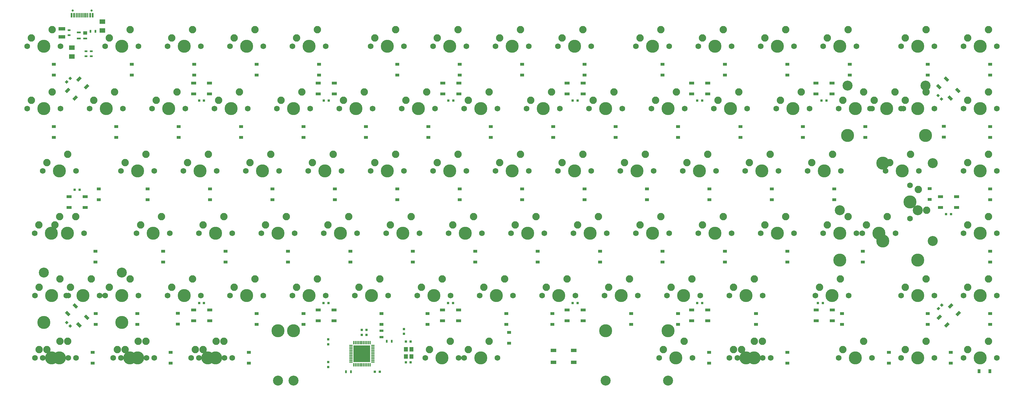
<source format=gbs>
%TF.GenerationSoftware,KiCad,Pcbnew,(5.1.8)-1*%
%TF.CreationDate,2021-03-13T12:56:25+01:00*%
%TF.ProjectId,Space Cowboy - A Jupiter75 Replacement PCB,53706163-6520-4436-9f77-626f79202d20,rev?*%
%TF.SameCoordinates,Original*%
%TF.FileFunction,Soldermask,Bot*%
%TF.FilePolarity,Negative*%
%FSLAX46Y46*%
G04 Gerber Fmt 4.6, Leading zero omitted, Abs format (unit mm)*
G04 Created by KiCad (PCBNEW (5.1.8)-1) date 2021-03-13 12:56:25*
%MOMM*%
%LPD*%
G01*
G04 APERTURE LIST*
%ADD10R,1.300000X0.700000*%
%ADD11R,1.000000X0.300000*%
%ADD12R,0.300000X1.000000*%
%ADD13R,5.080000X5.080000*%
%ADD14C,1.750000*%
%ADD15C,2.250000*%
%ADD16C,3.987800*%
%ADD17R,0.750000X0.800000*%
%ADD18C,3.048000*%
%ADD19R,1.200000X1.400000*%
%ADD20R,0.600000X1.450000*%
%ADD21R,0.300000X1.450000*%
%ADD22C,0.650000*%
%ADD23R,1.800000X1.100000*%
%ADD24R,0.500000X0.900000*%
%ADD25R,0.900000X0.500000*%
%ADD26R,1.820000X1.400000*%
%ADD27R,2.030000X1.140000*%
%ADD28R,1.500000X0.900000*%
%ADD29C,0.100000*%
%ADD30R,0.900000X1.200000*%
%ADD31R,1.200000X0.900000*%
%ADD32R,1.260000X0.590000*%
%ADD33R,1.260000X0.990000*%
%ADD34R,0.800000X0.750000*%
G04 APERTURE END LIST*
D10*
X157962600Y-144147500D03*
X157962600Y-146047500D03*
D11*
X148607400Y-148658200D03*
X148607400Y-149158200D03*
X148607400Y-149658200D03*
X148607400Y-150158200D03*
X148607400Y-150658200D03*
X148607400Y-151158200D03*
X148607400Y-151658200D03*
X148607400Y-152158200D03*
X148607400Y-152658200D03*
X148607400Y-153158200D03*
X148607400Y-153658200D03*
D12*
X149457400Y-154508200D03*
X149957400Y-154508200D03*
X150457400Y-154508200D03*
X150957400Y-154508200D03*
X151457400Y-154508200D03*
X151957400Y-154508200D03*
X152457400Y-154508200D03*
X152957400Y-154508200D03*
X153457400Y-154508200D03*
X153957400Y-154508200D03*
X154457400Y-154508200D03*
D11*
X155307400Y-153658200D03*
X155307400Y-153158200D03*
X155307400Y-152658200D03*
X155307400Y-152158200D03*
X155307400Y-151658200D03*
X155307400Y-151158200D03*
X155307400Y-150658200D03*
X155307400Y-150158200D03*
X155307400Y-149658200D03*
X155307400Y-149158200D03*
X155307400Y-148658200D03*
D12*
X154457400Y-147808200D03*
X153957400Y-147808200D03*
X153457400Y-147808200D03*
X152957400Y-147808200D03*
X152457400Y-147808200D03*
X151957400Y-147808200D03*
X151457400Y-147808200D03*
X150957400Y-147808200D03*
X150457400Y-147808200D03*
X149957400Y-147808200D03*
X149457400Y-147808200D03*
D13*
X151957400Y-151158200D03*
D14*
X307643530Y-152389840D03*
X297483530Y-152389840D03*
D15*
X298753530Y-149849840D03*
D16*
X302563530Y-152389840D03*
D15*
X305103530Y-147309840D03*
D17*
X164795200Y-145098200D03*
X164795200Y-143598200D03*
D15*
X324294500Y-107315000D03*
D16*
X319214500Y-104775000D03*
D15*
X321754500Y-100965000D03*
D14*
X319214500Y-99695000D03*
X319214500Y-109855000D03*
D18*
X326199500Y-92868750D03*
X326199500Y-116681250D03*
D16*
X310959500Y-92868750D03*
X310959500Y-116681250D03*
D15*
X178897280Y-147309840D03*
D16*
X176357280Y-152389840D03*
D15*
X172547280Y-149849840D03*
D14*
X171277280Y-152389840D03*
X181437280Y-152389840D03*
D18*
X126357380Y-159374840D03*
X226357180Y-159374840D03*
D16*
X126357380Y-144134840D03*
X226357180Y-144134840D03*
D19*
X165355800Y-152001400D03*
X165355800Y-149801400D03*
X167055800Y-149801400D03*
X167055800Y-152001400D03*
D20*
X69773000Y-47674600D03*
X63323000Y-47674600D03*
X68998000Y-47674600D03*
X64098000Y-47674600D03*
D21*
X64798000Y-47674600D03*
X68298000Y-47674600D03*
X65298000Y-47674600D03*
X67798000Y-47674600D03*
X65798000Y-47674600D03*
X67298000Y-47674600D03*
X66798000Y-47674600D03*
X66298000Y-47674600D03*
D22*
X69438000Y-46229600D03*
X63658000Y-46229600D03*
D23*
X216587000Y-150105500D03*
X210387000Y-153805500D03*
X216587000Y-153805500D03*
X210387000Y-150105500D03*
D24*
X70612000Y-52628800D03*
X69112000Y-52628800D03*
D25*
X62585600Y-52285200D03*
X62585600Y-53785200D03*
D24*
X159549400Y-147345400D03*
X161049400Y-147345400D03*
D25*
X67767200Y-60186000D03*
X67767200Y-58686000D03*
X69392800Y-58686000D03*
X69392800Y-60186000D03*
D24*
X147116100Y-156667200D03*
X148616100Y-156667200D03*
D14*
X183818530Y-95239840D03*
X173658530Y-95239840D03*
D15*
X174928530Y-92699840D03*
D16*
X178738530Y-95239840D03*
D15*
X181278530Y-90159840D03*
D14*
X102856030Y-133339840D03*
X92696030Y-133339840D03*
D15*
X93966030Y-130799840D03*
D16*
X97776030Y-133339840D03*
D15*
X100316030Y-128259840D03*
D14*
X121906030Y-133339840D03*
X111746030Y-133339840D03*
D15*
X113016030Y-130799840D03*
D16*
X116826030Y-133339840D03*
D15*
X119366030Y-128259840D03*
D14*
X88568530Y-152389840D03*
X78408530Y-152389840D03*
D15*
X79678530Y-149849840D03*
D16*
X83488530Y-152389840D03*
D15*
X86028530Y-147309840D03*
D14*
X86187280Y-152389840D03*
X76027280Y-152389840D03*
D15*
X77297280Y-149849840D03*
D16*
X81107280Y-152389840D03*
D15*
X83647280Y-147309840D03*
D14*
X276687280Y-152389840D03*
X266527280Y-152389840D03*
D15*
X267797280Y-149849840D03*
D16*
X271607280Y-152389840D03*
D15*
X274147280Y-147309840D03*
D14*
X107618530Y-95239840D03*
X97458530Y-95239840D03*
D15*
X98728530Y-92699840D03*
D16*
X102538530Y-95239840D03*
D15*
X105078530Y-90159840D03*
D14*
X160006030Y-133339840D03*
X149846030Y-133339840D03*
D15*
X151116030Y-130799840D03*
D16*
X154926030Y-133339840D03*
D15*
X157466030Y-128259840D03*
D14*
X326693530Y-133339840D03*
X316533530Y-133339840D03*
D15*
X317803530Y-130799840D03*
D16*
X321613530Y-133339840D03*
D15*
X324153530Y-128259840D03*
D14*
X59993530Y-76189840D03*
X49833530Y-76189840D03*
D15*
X51103530Y-73649840D03*
D16*
X54913530Y-76189840D03*
D15*
X57453530Y-71109840D03*
D14*
X279068530Y-95239840D03*
X268908530Y-95239840D03*
D15*
X270178530Y-92699840D03*
D16*
X273988530Y-95239840D03*
D15*
X276528530Y-90159840D03*
D14*
X202868530Y-95239840D03*
X192708530Y-95239840D03*
D15*
X193978530Y-92699840D03*
D16*
X197788530Y-95239840D03*
D15*
X200328530Y-90159840D03*
D14*
X83806030Y-133339840D03*
X73646030Y-133339840D03*
D15*
X74916030Y-130799840D03*
D16*
X78726030Y-133339840D03*
D15*
X81266030Y-128259840D03*
X319391030Y-90159840D03*
D16*
X316851030Y-95239840D03*
D15*
X313041030Y-92699840D03*
D14*
X311771030Y-95239840D03*
X321931030Y-95239840D03*
X307643530Y-76189840D03*
X297483530Y-76189840D03*
D15*
X298753530Y-73649840D03*
D16*
X302563530Y-76189840D03*
D15*
X305103530Y-71109840D03*
D14*
X64756030Y-95239840D03*
X54596030Y-95239840D03*
D15*
X55866030Y-92699840D03*
D16*
X59676030Y-95239840D03*
D15*
X62216030Y-90159840D03*
D14*
X164768530Y-95239840D03*
X154608530Y-95239840D03*
D15*
X155878530Y-92699840D03*
D16*
X159688530Y-95239840D03*
D15*
X162228530Y-90159840D03*
D14*
X269543530Y-76189840D03*
X259383530Y-76189840D03*
D15*
X260653530Y-73649840D03*
D16*
X264463530Y-76189840D03*
D15*
X267003530Y-71109840D03*
X190803530Y-147309840D03*
D16*
X188263530Y-152389840D03*
D15*
X184453530Y-149849840D03*
D14*
X183183530Y-152389840D03*
X193343530Y-152389840D03*
D18*
X131113530Y-159374840D03*
X245413530Y-159374840D03*
D16*
X131113530Y-144134840D03*
X245413530Y-144134840D03*
D14*
X300499780Y-133339840D03*
X290339780Y-133339840D03*
D15*
X291609780Y-130799840D03*
D16*
X295419780Y-133339840D03*
D15*
X297959780Y-128259840D03*
D14*
X326693530Y-57139840D03*
X316533530Y-57139840D03*
D15*
X317803530Y-54599840D03*
D16*
X321613530Y-57139840D03*
D15*
X324153530Y-52059840D03*
D14*
X112381030Y-114289840D03*
X102221030Y-114289840D03*
D15*
X103491030Y-111749840D03*
D16*
X107301030Y-114289840D03*
D15*
X109841030Y-109209840D03*
D14*
X345743530Y-152389840D03*
X335583530Y-152389840D03*
D15*
X336853530Y-149849840D03*
D16*
X340663530Y-152389840D03*
D15*
X343203530Y-147309840D03*
D14*
X145718530Y-95239840D03*
X135558530Y-95239840D03*
D15*
X136828530Y-92699840D03*
D16*
X140638530Y-95239840D03*
D15*
X143178530Y-90159840D03*
D14*
X88568530Y-95239840D03*
X78408530Y-95239840D03*
D15*
X79678530Y-92699840D03*
D16*
X83488530Y-95239840D03*
D15*
X86028530Y-90159840D03*
D14*
X345743530Y-95239840D03*
X335583530Y-95239840D03*
D15*
X336853530Y-92699840D03*
D16*
X340663530Y-95239840D03*
D15*
X343203530Y-90159840D03*
D14*
X345743530Y-57139840D03*
X335583530Y-57139840D03*
D15*
X336853530Y-54599840D03*
D16*
X340663530Y-57139840D03*
D15*
X343203530Y-52059840D03*
D14*
X260018530Y-95239840D03*
X249858530Y-95239840D03*
D15*
X251128530Y-92699840D03*
D16*
X254938530Y-95239840D03*
D15*
X257478530Y-90159840D03*
D14*
X264781030Y-114289840D03*
X254621030Y-114289840D03*
D15*
X255891030Y-111749840D03*
D16*
X259701030Y-114289840D03*
D15*
X262241030Y-109209840D03*
D14*
X240968530Y-95239840D03*
X230808530Y-95239840D03*
D15*
X232078530Y-92699840D03*
D16*
X235888530Y-95239840D03*
D15*
X238428530Y-90159840D03*
D14*
X288593530Y-76189840D03*
X278433530Y-76189840D03*
D15*
X279703530Y-73649840D03*
D16*
X283513530Y-76189840D03*
D15*
X286053530Y-71109840D03*
D14*
X198106030Y-133339840D03*
X187946030Y-133339840D03*
D15*
X189216030Y-130799840D03*
D16*
X193026030Y-133339840D03*
D15*
X195566030Y-128259840D03*
D14*
X217156030Y-133339840D03*
X206996030Y-133339840D03*
D15*
X208266030Y-130799840D03*
D16*
X212076030Y-133339840D03*
D15*
X214616030Y-128259840D03*
D14*
X62374780Y-133339840D03*
X52214780Y-133339840D03*
D15*
X53484780Y-130799840D03*
D16*
X57294780Y-133339840D03*
D15*
X59834780Y-128259840D03*
D16*
X78726030Y-141594840D03*
X54913530Y-141594840D03*
D18*
X78726030Y-126354840D03*
X54913530Y-126354840D03*
D14*
X71899780Y-133339840D03*
X61739780Y-133339840D03*
D15*
X63009780Y-130799840D03*
D16*
X66819780Y-133339840D03*
D15*
X69359780Y-128259840D03*
D14*
X245731030Y-114289840D03*
X235571030Y-114289840D03*
D15*
X236841030Y-111749840D03*
D16*
X240651030Y-114289840D03*
D15*
X243191030Y-109209840D03*
D14*
X226681030Y-114289840D03*
X216521030Y-114289840D03*
D15*
X217791030Y-111749840D03*
D16*
X221601030Y-114289840D03*
D15*
X224141030Y-109209840D03*
D14*
X207631030Y-114289840D03*
X197471030Y-114289840D03*
D15*
X198741030Y-111749840D03*
D16*
X202551030Y-114289840D03*
D15*
X205091030Y-109209840D03*
D14*
X345743530Y-76189840D03*
X335583530Y-76189840D03*
D15*
X336853530Y-73649840D03*
D16*
X340663530Y-76189840D03*
D15*
X343203530Y-71109840D03*
D14*
X221918530Y-95239840D03*
X211758530Y-95239840D03*
D15*
X213028530Y-92699840D03*
D16*
X216838530Y-95239840D03*
D15*
X219378530Y-90159840D03*
D14*
X345743530Y-114289840D03*
X335583530Y-114289840D03*
D15*
X336853530Y-111749840D03*
D16*
X340663530Y-114289840D03*
D15*
X343203530Y-109209840D03*
D14*
X188581030Y-114289840D03*
X178421030Y-114289840D03*
D15*
X179691030Y-111749840D03*
D16*
X183501030Y-114289840D03*
D15*
X186041030Y-109209840D03*
D14*
X169531030Y-114289840D03*
X159371030Y-114289840D03*
D15*
X160641030Y-111749840D03*
D16*
X164451030Y-114289840D03*
D15*
X166991030Y-109209840D03*
D14*
X150481030Y-114289840D03*
X140321030Y-114289840D03*
D15*
X141591030Y-111749840D03*
D16*
X145401030Y-114289840D03*
D15*
X147941030Y-109209840D03*
D14*
X302881030Y-57139840D03*
X292721030Y-57139840D03*
D15*
X293991030Y-54599840D03*
D16*
X297801030Y-57139840D03*
D15*
X300341030Y-52059840D03*
D14*
X283831030Y-57139840D03*
X273671030Y-57139840D03*
D15*
X274941030Y-54599840D03*
D16*
X278751030Y-57139840D03*
D15*
X281291030Y-52059840D03*
D14*
X264781030Y-57139840D03*
X254621030Y-57139840D03*
D15*
X255891030Y-54599840D03*
D16*
X259701030Y-57139840D03*
D15*
X262241030Y-52059840D03*
D14*
X245731030Y-57139840D03*
X235571030Y-57139840D03*
D15*
X236841030Y-54599840D03*
D16*
X240651030Y-57139840D03*
D15*
X243191030Y-52059840D03*
D14*
X221918530Y-57139840D03*
X211758530Y-57139840D03*
D15*
X213028530Y-54599840D03*
D16*
X216838530Y-57139840D03*
D15*
X219378530Y-52059840D03*
D14*
X202868530Y-57139840D03*
X192708530Y-57139840D03*
D15*
X193978530Y-54599840D03*
D16*
X197788530Y-57139840D03*
D15*
X200328530Y-52059840D03*
D14*
X183818530Y-57139840D03*
X173658530Y-57139840D03*
D15*
X174928530Y-54599840D03*
D16*
X178738530Y-57139840D03*
D15*
X181278530Y-52059840D03*
D14*
X164768530Y-57139840D03*
X154608530Y-57139840D03*
D15*
X155878530Y-54599840D03*
D16*
X159688530Y-57139840D03*
D15*
X162228530Y-52059840D03*
D14*
X140956030Y-57139840D03*
X130796030Y-57139840D03*
D15*
X132066030Y-54599840D03*
D16*
X135876030Y-57139840D03*
D15*
X138416030Y-52059840D03*
D14*
X121906030Y-57139840D03*
X111746030Y-57139840D03*
D15*
X113016030Y-54599840D03*
D16*
X116826030Y-57139840D03*
D15*
X119366030Y-52059840D03*
D14*
X102856030Y-57139840D03*
X92696030Y-57139840D03*
D15*
X93966030Y-54599840D03*
D16*
X97776030Y-57139840D03*
D15*
X100316030Y-52059840D03*
D14*
X83806030Y-57139840D03*
X73646030Y-57139840D03*
D15*
X74916030Y-54599840D03*
D16*
X78726030Y-57139840D03*
D15*
X81266030Y-52059840D03*
D14*
X59993530Y-57139840D03*
X49833530Y-57139840D03*
D15*
X51103530Y-54599840D03*
D16*
X54913530Y-57139840D03*
D15*
X57453530Y-52059840D03*
D16*
X321613530Y-122544840D03*
X297801030Y-122544840D03*
D18*
X321613530Y-107304840D03*
X297801030Y-107304840D03*
D14*
X314787280Y-114289840D03*
X304627280Y-114289840D03*
D15*
X305897280Y-111749840D03*
D16*
X309707280Y-114289840D03*
D15*
X312247280Y-109209840D03*
D14*
X345743530Y-133339840D03*
X335583530Y-133339840D03*
D15*
X336853530Y-130799840D03*
D16*
X340663530Y-133339840D03*
D15*
X343203530Y-128259840D03*
D14*
X126668530Y-95239840D03*
X116508530Y-95239840D03*
D15*
X117778530Y-92699840D03*
D16*
X121588530Y-95239840D03*
D15*
X124128530Y-90159840D03*
D14*
X326693530Y-152389840D03*
X316533530Y-152389840D03*
D15*
X317803530Y-149849840D03*
D16*
X321613530Y-152389840D03*
D15*
X324153530Y-147309840D03*
D14*
X326693530Y-76189840D03*
X316533530Y-76189840D03*
D15*
X317803530Y-73649840D03*
D16*
X321613530Y-76189840D03*
D15*
X324153530Y-71109840D03*
D14*
X131431030Y-114289840D03*
X121271030Y-114289840D03*
D15*
X122541030Y-111749840D03*
D16*
X126351030Y-114289840D03*
D15*
X128891030Y-109209840D03*
D14*
X64756030Y-152389840D03*
X54596030Y-152389840D03*
D15*
X55866030Y-149849840D03*
D16*
X59676030Y-152389840D03*
D15*
X62216030Y-147309840D03*
D14*
X62374780Y-152389840D03*
X52214780Y-152389840D03*
D15*
X53484780Y-149849840D03*
D16*
X57294780Y-152389840D03*
D15*
X59834780Y-147309840D03*
D14*
X62230000Y-114300000D03*
X52070000Y-114300000D03*
D15*
X53340000Y-111760000D03*
D16*
X57150000Y-114300000D03*
D15*
X59690000Y-109220000D03*
D14*
X67137280Y-114289840D03*
X56977280Y-114289840D03*
D15*
X58247280Y-111749840D03*
D16*
X62057280Y-114289840D03*
D15*
X64597280Y-109209840D03*
D14*
X140956030Y-133339840D03*
X130796030Y-133339840D03*
D15*
X132066030Y-130799840D03*
D16*
X135876030Y-133339840D03*
D15*
X138416030Y-128259840D03*
D16*
X323994780Y-84444840D03*
X300182280Y-84444840D03*
D18*
X323994780Y-69204840D03*
X300182280Y-69204840D03*
D14*
X317168530Y-76189840D03*
X307008530Y-76189840D03*
D15*
X308278530Y-73649840D03*
D16*
X312088530Y-76189840D03*
D15*
X314628530Y-71109840D03*
D14*
X179056030Y-133339840D03*
X168896030Y-133339840D03*
D15*
X170166030Y-130799840D03*
D16*
X173976030Y-133339840D03*
D15*
X176516030Y-128259840D03*
D14*
X252874780Y-152389840D03*
X242714780Y-152389840D03*
D15*
X243984780Y-149849840D03*
D16*
X247794780Y-152389840D03*
D15*
X250334780Y-147309840D03*
D14*
X274306030Y-152389840D03*
X264146030Y-152389840D03*
D15*
X265416030Y-149849840D03*
D16*
X269226030Y-152389840D03*
D15*
X271766030Y-147309840D03*
D14*
X112381030Y-152389840D03*
X102221030Y-152389840D03*
D15*
X103491030Y-149849840D03*
D16*
X107301030Y-152389840D03*
D15*
X109841030Y-147309840D03*
X107459780Y-147309840D03*
D16*
X104919780Y-152389840D03*
D15*
X101109780Y-149849840D03*
D14*
X99839780Y-152389840D03*
X109999780Y-152389840D03*
X283831030Y-114289840D03*
X273671030Y-114289840D03*
D15*
X274941030Y-111749840D03*
D16*
X278751030Y-114289840D03*
D15*
X281291030Y-109209840D03*
D14*
X93331030Y-114289840D03*
X83171030Y-114289840D03*
D15*
X84441030Y-111749840D03*
D16*
X88251030Y-114289840D03*
D15*
X90791030Y-109209840D03*
D14*
X274306030Y-133339840D03*
X264146030Y-133339840D03*
D15*
X265416030Y-130799840D03*
D16*
X269226030Y-133339840D03*
D15*
X271766030Y-128259840D03*
D14*
X298118530Y-95239840D03*
X287958530Y-95239840D03*
D15*
X289228530Y-92699840D03*
D16*
X293038530Y-95239840D03*
D15*
X295578530Y-90159840D03*
D14*
X302881030Y-114289840D03*
X292721030Y-114289840D03*
D15*
X293991030Y-111749840D03*
D16*
X297801030Y-114289840D03*
D15*
X300341030Y-109209840D03*
D14*
X231443530Y-76189840D03*
X221283530Y-76189840D03*
D15*
X222553530Y-73649840D03*
D16*
X226363530Y-76189840D03*
D15*
X228903530Y-71109840D03*
D14*
X212393530Y-76189840D03*
X202233530Y-76189840D03*
D15*
X203503530Y-73649840D03*
D16*
X207313530Y-76189840D03*
D15*
X209853530Y-71109840D03*
D14*
X193343530Y-76189840D03*
X183183530Y-76189840D03*
D15*
X184453530Y-73649840D03*
D16*
X188263530Y-76189840D03*
D15*
X190803530Y-71109840D03*
D14*
X174293530Y-76189840D03*
X164133530Y-76189840D03*
D15*
X165403530Y-73649840D03*
D16*
X169213530Y-76189840D03*
D15*
X171753530Y-71109840D03*
D14*
X155243530Y-76189840D03*
X145083530Y-76189840D03*
D15*
X146353530Y-73649840D03*
D16*
X150163530Y-76189840D03*
D15*
X152703530Y-71109840D03*
D14*
X136193530Y-76189840D03*
X126033530Y-76189840D03*
D15*
X127303530Y-73649840D03*
D16*
X131113530Y-76189840D03*
D15*
X133653530Y-71109840D03*
D14*
X117143530Y-76189840D03*
X106983530Y-76189840D03*
D15*
X108253530Y-73649840D03*
D16*
X112063530Y-76189840D03*
D15*
X114603530Y-71109840D03*
D14*
X98093530Y-76189840D03*
X87933530Y-76189840D03*
D15*
X89203530Y-73649840D03*
D16*
X93013530Y-76189840D03*
D15*
X95553530Y-71109840D03*
D14*
X79043530Y-76189840D03*
X68883530Y-76189840D03*
D15*
X70153530Y-73649840D03*
D16*
X73963530Y-76189840D03*
D15*
X76503530Y-71109840D03*
D14*
X250493530Y-76189840D03*
X240333530Y-76189840D03*
D15*
X241603530Y-73649840D03*
D16*
X245413530Y-76189840D03*
D15*
X247953530Y-71109840D03*
D14*
X255256030Y-133339840D03*
X245096030Y-133339840D03*
D15*
X246366030Y-130799840D03*
D16*
X250176030Y-133339840D03*
D15*
X252716030Y-128259840D03*
D14*
X236206030Y-133339840D03*
X226046030Y-133339840D03*
D15*
X227316030Y-130799840D03*
D16*
X231126030Y-133339840D03*
D15*
X233666030Y-128259840D03*
D26*
X72732900Y-49630500D03*
X72732900Y-52350500D03*
X63449200Y-57579600D03*
X63449200Y-60299600D03*
D27*
X60401200Y-51886000D03*
X60401200Y-54286000D03*
D28*
X138587500Y-141080000D03*
X138587500Y-137780000D03*
X143487500Y-141080000D03*
X143487500Y-137780000D03*
X181487500Y-137780000D03*
X181487500Y-141080000D03*
X176587500Y-137780000D03*
X176587500Y-141080000D03*
X219487500Y-137780000D03*
X219487500Y-141080000D03*
X214587500Y-137780000D03*
X214587500Y-141080000D03*
X257493000Y-137780000D03*
X257493000Y-141080000D03*
X252593000Y-137780000D03*
X252593000Y-141080000D03*
X295493000Y-137780000D03*
X295493000Y-141080000D03*
X290593000Y-137780000D03*
X290593000Y-141080000D03*
D29*
G36*
X331830317Y-135682334D02*
G01*
X332466713Y-136318730D01*
X331406053Y-137379390D01*
X330769657Y-136742994D01*
X331830317Y-135682334D01*
G37*
G36*
X334163770Y-138015787D02*
G01*
X334800166Y-138652183D01*
X333739506Y-139712843D01*
X333103110Y-139076447D01*
X334163770Y-138015787D01*
G37*
G36*
X328365494Y-139147157D02*
G01*
X329001890Y-139783553D01*
X327941230Y-140844213D01*
X327304834Y-140207817D01*
X328365494Y-139147157D01*
G37*
G36*
X330698947Y-141480610D02*
G01*
X331335343Y-142117006D01*
X330274683Y-143177666D01*
X329638287Y-142541270D01*
X330698947Y-141480610D01*
G37*
D28*
X328512000Y-106425000D03*
X328512000Y-103125000D03*
X333412000Y-106425000D03*
X333412000Y-103125000D03*
D29*
G36*
X327214334Y-69326183D02*
G01*
X327850730Y-68689787D01*
X328911390Y-69750447D01*
X328274994Y-70386843D01*
X327214334Y-69326183D01*
G37*
G36*
X329547787Y-66992730D02*
G01*
X330184183Y-66356334D01*
X331244843Y-67416994D01*
X330608447Y-68053390D01*
X329547787Y-66992730D01*
G37*
G36*
X330679157Y-72791006D02*
G01*
X331315553Y-72154610D01*
X332376213Y-73215270D01*
X331739817Y-73851666D01*
X330679157Y-72791006D01*
G37*
G36*
X333012610Y-70457553D02*
G01*
X333649006Y-69821157D01*
X334709666Y-70881817D01*
X334073270Y-71518213D01*
X333012610Y-70457553D01*
G37*
D28*
X295439000Y-68454000D03*
X295439000Y-71754000D03*
X290539000Y-68454000D03*
X290539000Y-71754000D03*
X252566000Y-71754000D03*
X252566000Y-68454000D03*
X257466000Y-71754000D03*
X257466000Y-68454000D03*
X214593000Y-71754000D03*
X214593000Y-68454000D03*
X219493000Y-71754000D03*
X219493000Y-68454000D03*
X176620000Y-71754000D03*
X176620000Y-68454000D03*
X181520000Y-71754000D03*
X181520000Y-68454000D03*
X138647000Y-71754000D03*
X138647000Y-68454000D03*
X143547000Y-71754000D03*
X143547000Y-68454000D03*
X105472400Y-68454000D03*
X105472400Y-71754000D03*
X100572400Y-68454000D03*
X100572400Y-71754000D03*
D29*
G36*
X65377553Y-68053390D02*
G01*
X64741157Y-67416994D01*
X65801817Y-66356334D01*
X66438213Y-66992730D01*
X65377553Y-68053390D01*
G37*
G36*
X67711006Y-70386843D02*
G01*
X67074610Y-69750447D01*
X68135270Y-68689787D01*
X68771666Y-69326183D01*
X67711006Y-70386843D01*
G37*
G36*
X61912730Y-71518213D02*
G01*
X61276334Y-70881817D01*
X62336994Y-69821157D01*
X62973390Y-70457553D01*
X61912730Y-71518213D01*
G37*
G36*
X64246183Y-73851666D02*
G01*
X63609787Y-73215270D01*
X64670447Y-72154610D01*
X65306843Y-72791006D01*
X64246183Y-73851666D01*
G37*
D28*
X62574000Y-106425000D03*
X62574000Y-103125000D03*
X67474000Y-106425000D03*
X67474000Y-103125000D03*
D29*
G36*
X62986890Y-139076447D02*
G01*
X62350494Y-139712843D01*
X61289834Y-138652183D01*
X61926230Y-138015787D01*
X62986890Y-139076447D01*
G37*
G36*
X65320343Y-136742994D02*
G01*
X64683947Y-137379390D01*
X63623287Y-136318730D01*
X64259683Y-135682334D01*
X65320343Y-136742994D01*
G37*
G36*
X66451713Y-142541270D02*
G01*
X65815317Y-143177666D01*
X64754657Y-142117006D01*
X65391053Y-141480610D01*
X66451713Y-142541270D01*
G37*
G36*
X68785166Y-140207817D02*
G01*
X68148770Y-140844213D01*
X67088110Y-139783553D01*
X67724506Y-139147157D01*
X68785166Y-140207817D01*
G37*
D28*
X100587500Y-141080000D03*
X100587500Y-137780000D03*
X105487500Y-141080000D03*
X105487500Y-137780000D03*
D30*
X340284800Y-156464000D03*
X343584800Y-156464000D03*
D31*
X331673200Y-154050000D03*
X331673200Y-150750000D03*
X312775600Y-154050000D03*
X312775600Y-150750000D03*
X281781250Y-154050000D03*
X281781250Y-150750000D03*
X257962400Y-154050000D03*
X257962400Y-150750000D03*
X196850000Y-144627600D03*
X196850000Y-147927600D03*
X117475000Y-154050000D03*
X117475000Y-150750000D03*
X93624400Y-154074400D03*
X93624400Y-150774400D03*
X69799200Y-154050000D03*
X69799200Y-150750000D03*
X343693750Y-142143750D03*
X343693750Y-138843750D03*
X324643750Y-142143750D03*
X324643750Y-138843750D03*
X298450000Y-142143750D03*
X298450000Y-138843750D03*
X272256250Y-142143750D03*
X272256250Y-138843750D03*
X248412000Y-142143750D03*
X248412000Y-138843750D03*
X234156250Y-142143750D03*
X234156250Y-138843750D03*
X210121500Y-142143750D03*
X210121500Y-138843750D03*
X196056250Y-142143750D03*
X196056250Y-138843750D03*
X172021500Y-142143750D03*
X172021500Y-138843750D03*
X157956250Y-142143750D03*
X157956250Y-138843750D03*
X134175500Y-142143750D03*
X134175500Y-138843750D03*
X119856250Y-142143750D03*
X119856250Y-138843750D03*
X95821500Y-142112000D03*
X95821500Y-138812000D03*
X83439000Y-142143750D03*
X83439000Y-138843750D03*
X70739000Y-142143750D03*
X70739000Y-138843750D03*
X343693750Y-123093750D03*
X343693750Y-119793750D03*
X304800000Y-123093750D03*
X304800000Y-119793750D03*
X281781250Y-123093750D03*
X281781250Y-119793750D03*
X262731250Y-123093750D03*
X262731250Y-119793750D03*
X243681250Y-123093750D03*
X243681250Y-119793750D03*
X224631250Y-123093750D03*
X224631250Y-119793750D03*
X205581250Y-123093750D03*
X205581250Y-119793750D03*
X186531250Y-123093750D03*
X186531250Y-119793750D03*
X167481250Y-123093750D03*
X167481250Y-119793750D03*
X148431250Y-123093750D03*
X148431250Y-119793750D03*
X129381250Y-123093750D03*
X129381250Y-119793750D03*
X110331250Y-123093750D03*
X110331250Y-119793750D03*
X91281250Y-123093750D03*
X91281250Y-119793750D03*
X70643750Y-123093750D03*
X70643750Y-119793750D03*
X343693750Y-104043750D03*
X343693750Y-100743750D03*
X325247000Y-100712000D03*
X325247000Y-104012000D03*
X296068750Y-104043750D03*
X296068750Y-100743750D03*
X277018750Y-104043750D03*
X277018750Y-100743750D03*
X257968750Y-104043750D03*
X257968750Y-100743750D03*
X238918750Y-104043750D03*
X238918750Y-100743750D03*
X219868750Y-104043750D03*
X219868750Y-100743750D03*
X200818750Y-104043750D03*
X200818750Y-100743750D03*
X181768750Y-104043750D03*
X181768750Y-100743750D03*
X162718750Y-104043750D03*
X162718750Y-100743750D03*
X143668750Y-104043750D03*
X143668750Y-100743750D03*
X124618750Y-104043750D03*
X124618750Y-100743750D03*
X105568750Y-104043750D03*
X105568750Y-100743750D03*
X86518750Y-104043750D03*
X86518750Y-100743750D03*
X71628000Y-104043750D03*
X71628000Y-100743750D03*
X343693750Y-84993750D03*
X343693750Y-81693750D03*
X329565000Y-84962000D03*
X329565000Y-81662000D03*
X305593750Y-84993750D03*
X305593750Y-81693750D03*
X286543750Y-84993750D03*
X286543750Y-81693750D03*
X267493750Y-84993750D03*
X267493750Y-81693750D03*
X248443750Y-84993750D03*
X248443750Y-81693750D03*
X229393750Y-84993750D03*
X229393750Y-81693750D03*
X210343750Y-84993750D03*
X210343750Y-81693750D03*
X191293750Y-84993750D03*
X191293750Y-81693750D03*
X172243750Y-84993750D03*
X172243750Y-81693750D03*
X153193750Y-84993750D03*
X153193750Y-81693750D03*
X134143750Y-84993750D03*
X134143750Y-81693750D03*
X115093750Y-84993750D03*
X115093750Y-81693750D03*
X96043750Y-84993750D03*
X96043750Y-81693750D03*
X76993750Y-84993750D03*
X76993750Y-81693750D03*
X57943750Y-84993750D03*
X57943750Y-81693750D03*
X343693750Y-65943750D03*
X343693750Y-62643750D03*
X324643750Y-65943750D03*
X324643750Y-62643750D03*
X300831250Y-65943750D03*
X300831250Y-62643750D03*
X281781250Y-65943750D03*
X281781250Y-62643750D03*
X262731250Y-65943750D03*
X262731250Y-62643750D03*
X243681250Y-65943750D03*
X243681250Y-62643750D03*
X219868750Y-65943750D03*
X219868750Y-62643750D03*
X200818750Y-65943750D03*
X200818750Y-62643750D03*
X181768750Y-65943750D03*
X181768750Y-62643750D03*
X162718750Y-65943750D03*
X162718750Y-62643750D03*
X138906250Y-65943750D03*
X138906250Y-62643750D03*
X119856250Y-65943750D03*
X119856250Y-62643750D03*
X100806250Y-65943750D03*
X100806250Y-62643750D03*
X81756250Y-65943750D03*
X81756250Y-62643750D03*
X57943750Y-65943750D03*
X57943750Y-62643750D03*
D32*
X65568000Y-52948800D03*
X65568000Y-54848800D03*
X67528000Y-54848800D03*
D33*
X67528000Y-53148800D03*
D34*
X141770800Y-135686800D03*
X140270800Y-135686800D03*
X179769200Y-135686800D03*
X178269200Y-135686800D03*
X217767600Y-135686800D03*
X216267600Y-135686800D03*
X255766000Y-135661400D03*
X254266000Y-135661400D03*
X292646800Y-135636000D03*
X291146800Y-135636000D03*
D29*
G36*
X328934652Y-136822078D02*
G01*
X328404322Y-136291748D01*
X328970008Y-135726062D01*
X329500338Y-136256392D01*
X328934652Y-136822078D01*
G37*
G36*
X327873992Y-137882738D02*
G01*
X327343662Y-137352408D01*
X327909348Y-136786722D01*
X328439678Y-137317052D01*
X327873992Y-137882738D01*
G37*
D34*
X331712000Y-108508800D03*
X330212000Y-108508800D03*
D29*
G36*
X328338078Y-72232948D02*
G01*
X327807748Y-72763278D01*
X327242062Y-72197592D01*
X327772392Y-71667262D01*
X328338078Y-72232948D01*
G37*
G36*
X329398738Y-73293608D02*
G01*
X328868408Y-73823938D01*
X328302722Y-73258252D01*
X328833052Y-72727922D01*
X329398738Y-73293608D01*
G37*
D34*
X292239000Y-73812400D03*
X293739000Y-73812400D03*
X254266000Y-73812400D03*
X255766000Y-73812400D03*
X216293000Y-73812400D03*
X217793000Y-73812400D03*
X178320000Y-73812400D03*
X179820000Y-73812400D03*
X141847000Y-73787000D03*
X140347000Y-73787000D03*
X102272400Y-73812400D03*
X103772400Y-73812400D03*
D29*
G36*
X61869748Y-67495522D02*
G01*
X62400078Y-68025852D01*
X61834392Y-68591538D01*
X61304062Y-68061208D01*
X61869748Y-67495522D01*
G37*
G36*
X62930408Y-66434862D02*
G01*
X63460738Y-66965192D01*
X62895052Y-67530878D01*
X62364722Y-67000548D01*
X62930408Y-66434862D01*
G37*
D34*
X65774000Y-101041200D03*
X64274000Y-101041200D03*
D29*
G36*
X62364722Y-142651052D02*
G01*
X62895052Y-142120722D01*
X63460738Y-142686408D01*
X62930408Y-143216738D01*
X62364722Y-142651052D01*
G37*
G36*
X61304062Y-141590392D02*
G01*
X61834392Y-141060062D01*
X62400078Y-141625748D01*
X61869748Y-142156078D01*
X61304062Y-141590392D01*
G37*
D34*
X102272400Y-135686800D03*
X103772400Y-135686800D03*
X165354000Y-147447000D03*
X166854000Y-147447000D03*
X166854000Y-153797000D03*
X165354000Y-153797000D03*
D17*
X141706600Y-148259800D03*
X141706600Y-146759800D03*
X153327100Y-143877600D03*
X153327100Y-145377600D03*
D34*
X155942600Y-156667200D03*
X157442600Y-156667200D03*
D17*
X141706600Y-155207400D03*
X141706600Y-153707400D03*
X151955500Y-145377600D03*
X151955500Y-143877600D03*
M02*

</source>
